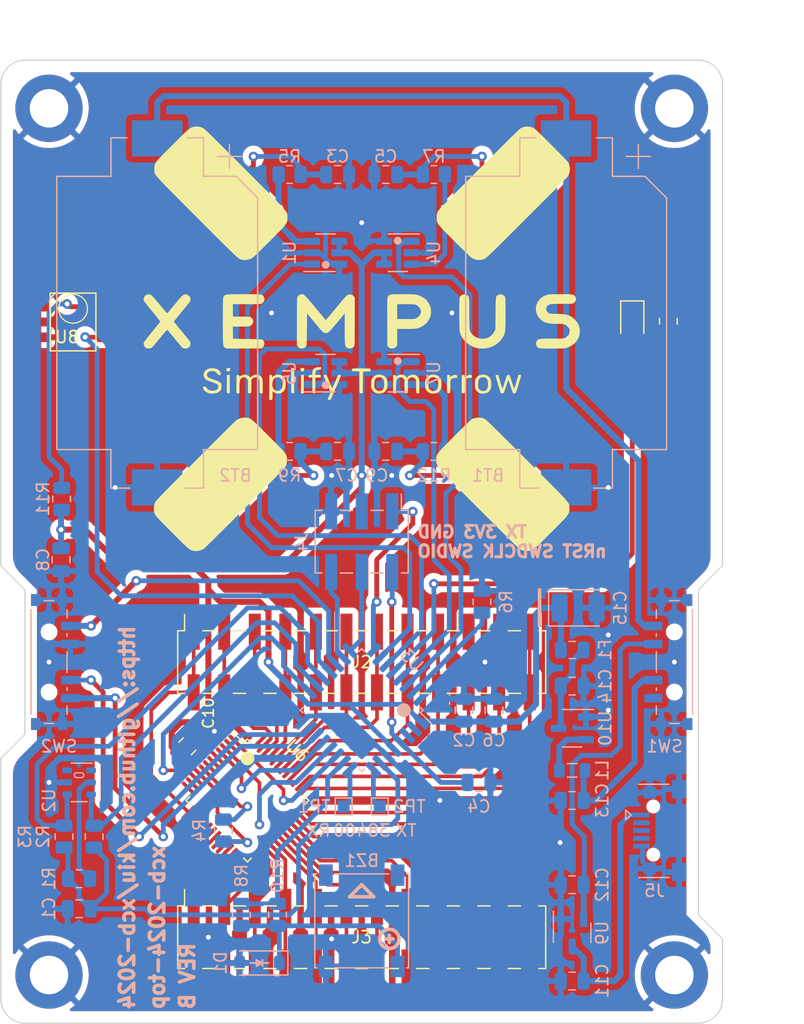
<source format=kicad_pcb>
(kicad_pcb (version 20221018) (generator pcbnew)
  (layers (0 "F.Cu" signal) (31 "B.Cu" signal) (34 "B.Paste" user) (35 "F.Paste" user) (36 "B.SilkS" user "B.Silkscreen") (37 "F.SilkS" user "F.Silkscreen") (38 "B.Mask" user) (39 "F.Mask" user) (44 "Edge.Cuts" user))
  (net 0 "")
  (net 1 "VCC")
  (net 2 "GND")
  (net 3 "RX")
  (net 4 "TX")
  (net 5 "IR_RX")
  (net 6 "LCD_CS")
  (net 7 "LCD_WRITE")
  (net 8 "LCD_DATA")
  (net 9 "LCD_IRQ")
  (net 10 "SENSOR_VCC")
  (net 11 "BUZZ")
  (net 12 "STM_RESET")
  (net 13 "MODE_CONF")
  (net 14 "MODE_PLAY")
  (net 15 "SCL")
  (net 16 "SDA")
  (net 17 "IR_TX")
  (net 18 "SWD_CLK")
  (net 19 "MODE_SENSOR")
  (net 20 "BTN_TL")
  (net 21 "BTN_TR")
  (net 22 "BTN_BL")
  (net 23 "BTN_BR")
  (net 24 "Net-(BZ1--)")
  (net 25 "LCD-1E")
  (net 26 "LCD-1D")
  (net 27 "LCD-1C")
  (net 28 "LCD-DP1")
  (net 29 "LCD-2E")
  (net 30 "LCD-2D")
  (net 31 "LCD-2C")
  (net 32 "LCD-DP2")
  (net 33 "LCD-3E")
  (net 34 "LCD-3D")
  (net 35 "LCD-3C")
  (net 36 "LCD-3B")
  (net 37 "LCD-3A")
  (net 38 "LCD-3F")
  (net 39 "LCD-3G")
  (net 40 "LCD-2B")
  (net 41 "LCD-2A")
  (net 42 "LCD-2F")
  (net 43 "LCD-2G")
  (net 44 "LCD-1B")
  (net 45 "LCD-1A")
  (net 46 "LCD-1F")
  (net 47 "LCD-1G")
  (net 48 "LCD-BP")
  (net 49 "Net-(D2-K)")
  (net 50 "Net-(U1-TCH)")
  (net 51 "Net-(U4-TCH)")
  (net 52 "TX2")
  (net 53 "Net-(U2-VDD)")
  (net 54 "Net-(U6-VLCD)")
  (net 55 "Net-(U5-TCH)")
  (net 69 "Net-(J1-Pin_1)")
  (net 70 "Net-(J1-Pin_2)")
  (net 71 "Net-(J1-Pin_3)")
  (net 72 "Net-(J1-Pin_4)")
  (net 77 "Net-(J5-VBUS)")
  (net 78 "Net-(BT1-+)")
  (net 79 "Net-(U9-VO)")
  (net 80 "Net-(C13-Pad2)")
  (net 81 "Net-(U10-Vout)")
  (net 82 "Net-(U10-SW)")
  (net 84 "Net-(U8-VCC)")
  (net 85 "Net-(U7-TCH)")
  (net 91 "SWD_IO")
  (net 94 "Net-(U3-BOOT0)")
  (footprint "LED_SMD:LED_0805_2012Metric" (layer "F.Cu") (at 96.5 70.6875 -90)
    (fp_text reference "D2" hide)
    (fp_text value "LED")
  )
  (footprint "Capacitor_SMD:C_0805_2012Metric" (layer "F.Cu") (at 59.5 106 -135)
    (fp_text reference "C10")
    (fp_text value "100nF")
  )
  (footprint "kiu-footprints:XEMPUS Logo 4 Touch" (layer "F.Cu") (at 74 72)
    (fp_text reference "J1" hide)
    (fp_text value "Conn_01x04")
  )
  (footprint "MountingHole:MountingHole_3.2mm_M3_DIN965_Pad_TopBottom" (layer "F.Cu") (at 100 53)
    (fp_text reference "H2" hide)
    (fp_text value "MountingHole_Pad")
  )
  (footprint "Package_QFP:LQFP-48_7x7mm_P0.5mm" (layer "F.Cu") (at 64.5 110.5 -45)
    (fp_text reference "U6")
    (fp_text value "HT1621B-LQFP")
  )
  (footprint "MountingHole:MountingHole_3.2mm_M3_DIN965_Pad_TopBottom" (layer "F.Cu") (at 100 125)
    (fp_text reference "H3" hide)
    (fp_text value "MountingHole_Pad")
  )
  (footprint "MountingHole:MountingHole_3.2mm_M3_DIN965_Pad_TopBottom" (layer "F.Cu") (at 48 125)
    (fp_text reference "H4" hide)
    (fp_text value "MountingHole_Pad")
  )
  (footprint "kiu-footprints:PinSocket_2x12_P2.54mm_Vertical_SMD_rotated" (layer "F.Cu") (at 74 121.86)
    (fp_text reference "J3")
    (fp_text value "Conn_02x12_Odd_Even")
  )
  (footprint "kiu-footprints:IRM-H638J7" (layer "F.Cu") (at 50 70.75)
    (fp_text reference "U8")
    (fp_text value "IRM-H638J7")
  )
  (footprint "Resistor_SMD:R_0805_2012Metric" (layer "F.Cu") (at 99.5 70.6875 90)
    (fp_text reference "R13" hide)
    (fp_text value "330")
  )
  (footprint "kiu-footprints:PinSocket_2x12_P2.54mm_Vertical_SMD_rotated" (layer "F.Cu") (at 74 99)
    (fp_text reference "J2")
    (fp_text value "Conn_02x12_Odd_Even")
  )
  (footprint "MountingHole:MountingHole_3.2mm_M3_DIN965_Pad_TopBottom" (layer "F.Cu") (at 48 53)
    (fp_text reference "H1" hide)
    (fp_text value "MountingHole_Pad")
  )
  (footprint "Capacitor_SMD:C_0805_2012Metric" (layer "B.Cu") (at 91.5 125.5)
    (fp_text reference "C11")
    (fp_text value "10uF")
  )
  (footprint "Resistor_SMD:R_0805_2012Metric" (layer "B.Cu") (at 80 81.5 180)
    (fp_text reference "R12")
    (fp_text value "4k7")
  )
  (footprint "kiu-footprints:SOT-23-6_rotated" (layer "B.Cu") (at 71 65 -90)
    (fp_text reference "U1")
    (fp_text value "TC233A")
  )
  (footprint "Package_TO_SOT_SMD:SOT-23-3" (layer "B.Cu") (at 91.5 104.5 180)
    (fp_text reference "U10")
    (fp_text value "BL8536")
  )
  (footprint "Capacitor_SMD:C_0805_2012Metric" (layer "B.Cu") (at 49 90.5 90)
    (fp_text reference "C8")
    (fp_text value "2.2nF")
  )
  (footprint "Fuse:Fuse_0805_2012Metric" (layer "B.Cu") (at 91.5 98 180)
    (fp_text reference "F1")
    (fp_text value "Polyfuse")
  )
  (footprint "Resistor_SMD:R_0805_2012Metric" (layer "B.Cu") (at 62.5 113 -90)
    (fp_text reference "R4")
    (fp_text value "330")
  )
  (footprint "Capacitor_SMD:C_0805_2012Metric" (layer "B.Cu") (at 72 81.5 180)
    (fp_text reference "C7")
    (fp_text value "22pF")
  )
  (footprint "Capacitor_SMD:C_0805_2012Metric" (layer "B.Cu") (at 83.75 109 180)
    (fp_text reference "C4")
    (fp_text value "100nF")
  )
  (footprint "kiu-footprints:CP_EIA-3528-21_Kemet-B_rotated" (layer "B.Cu") (at 92 94.5 180)
    (fp_text reference "C15")
    (fp_text value "100uF")
  )
  (footprint "TestPoint:TestPoint_Pad_1.0x1.0mm" (layer "B.Cu") (at 72.5 111 -90)
    (fp_text reference "TP1")
    (fp_text value "TestPoint")
  )
  (footprint "Capacitor_SMD:C_0805_2012Metric" (layer "B.Cu") (at 85 103 -90)
    (fp_text reference "C6")
    (fp_text value "100nF")
  )
  (footprint "Capacitor_SMD:C_0805_2012Metric" (layer "B.Cu") (at 91.5 110.5)
    (fp_text reference "C13")
    (fp_text value "10uF")
  )
  (footprint "Resistor_SMD:R_0805_2012Metric" (layer "B.Cu") (at 68 58.5)
    (fp_text reference "R5")
    (fp_text value "4k7")
  )
  (footprint "kiu-footprints:MLT-7525" (layer "B.Cu") (at 74 120.5 90)
    (fp_text reference "BZ1")
    (fp_text value "Buzzer")
  )
  (footprint "Resistor_SMD:R_0805_2012Metric" (layer "B.Cu") (at 50.5 117)
    (fp_text reference "R1")
    (fp_text value "330")
  )
  (footprint "kiu-footprints:SOT-23-6_rotated" (layer "B.Cu") (at 77 75 90)
    (fp_text reference "U7")
    (fp_text value "TC233A")
  )
  (footprint "TestPoint:TestPoint_Pad_1.0x1.0mm" (layer "B.Cu") (at 75.5 111 -90)
    (fp_text reference "TP2")
    (fp_text value "TestPoint")
  )
  (footprint "Capacitor_SMD:C_0805_2012Metric" (layer "B.Cu") (at 76 58.5)
    (fp_text reference "C5")
    (fp_text value "22pF")
  )
  (footprint "Resistor_SMD:R_0805_2012Metric" (layer "B.Cu") (at 49.05 85.45 90)
    (fp_text reference "R11")
    (fp_text value "47R")
  )
  (footprint "Package_QFP:LQFP-32_7x7mm_P0.8mm" (layer "B.Cu") (at 74 103 135)
    (fp_text reference "U3")
    (fp_text value "STM32F030K6Tx")
  )
  (footprint "kiu-footprints:SOT-23-6_rotated" (layer "B.Cu") (at 71 75 -90)
    (fp_text reference "U5")
    (fp_text value "TC233A")
  )
  (footprint "kiu-footprints:BatteryHolder_CR2032-BS-6-1" (layer "B.Cu") (at 57 70 90)
    (fp_text reference "BT2")
    (fp_text value "Battery_Cell")
  )
  (footprint "Resistor_SMD:R_0805_2012Metric" (layer "B.Cu") (at 49.25 113.5 -90)
    (fp_text reference "R3")
    (fp_text value "4k7")
  )
  (footprint "kiu-footprints:AHT20" (layer "B.Cu") (at 50.5 109)
    (fp_text reference "U2")
    (fp_text value "AHT20")
  )
  (footprint "Capacitor_SMD:C_0805_2012Metric" (layer "B.Cu") (at 82.5 103 -90)
    (fp_text reference "C2")
    (fp_text value "10uF")
  )
  (footprint "Diode_SMD:D_SOD-123" (layer "B.Cu") (at 65.5 124 180)
    (fp_text reference "D1")
    (fp_text value "D_Schottky")
  )
  (footprint "Resistor_SMD:R_0805_2012Metric" (layer "B.Cu") (at 64 120 90)
    (fp_text reference "R8")
    (fp_text value "330")
  )
  (footprint "kiu-footprints:SW_SP3T_SSSS812201" (layer "B.Cu") (at 99.675 99 -90)
    (fp_text reference "SW1")
    (fp_text value "SW_SP3T")
  )
  (footprint "Capacitor_SMD:C_0805_2012Metric" (layer "B.Cu") (at 91.5 101 180)
    (fp_text reference "C14")
    (fp_text value "10uF")
  )
  (footprint "kiu-footprints:SW_SP3T_SSSS812201" (layer "B.Cu") (at 48.325 99 90)
    (fp_text reference "SW2")
    (fp_text value "SW_SP3T")
  )
  (footprint "Resistor_SMD:R_0805_2012Metric" (layer "B.Cu") (at 84 94 90)
    (fp_text reference "R6")
    (fp_text value "4k7")
  )
  (footprint "kiu-footprints:BatteryHolder_CR2032-BS-6-1" (layer "B.Cu") (at 91 70 90)
    (fp_text reference "BT1")
    (fp_text value "Battery_Cell")
  )
  (footprint "Resistor_SMD:R_0805_2012Metric" (layer "B.Cu") (at 80 58.5 180)
    (fp_text reference "R7")
    (fp_text value "4k7")
  )
  (footprint "Resistor_SMD:R_0805_2012Metric" (layer "B.Cu") (at 67 120 -90)
    (fp_text reference "R10")
    (fp_text value "330")
  )
  (footprint "kiu-footprints:SOT-23-6_rotated" (layer "B.Cu") (at 77 65 90)
    (fp_text reference "U4")
    (fp_text value "TC233A")
  )
  (footprint "Capacitor_SMD:C_0805_2012Metric" (layer "B.Cu") (at 76 81.5)
    (fp_text reference "C9")
    (fp_text value "22pF")
  )
  (footprint "Resistor_SMD:R_0805_2012Metric" (layer "B.Cu") (at 51.75 113.5 -90)
    (fp_text reference "R2")
    (fp_text value "4k7")
  )
  (footprint "Package_TO_SOT_SMD:SOT-23-3" (layer "B.Cu") (at 91.5 121.5 -90)
    (fp_text reference "U9")
    (fp_text value "LR6206B-U33")
  )
  (footprint "Resistor_SMD:R_0805_2012Metric" (layer "B.Cu") (at 68 81.5)
    (fp_text reference "R9")
    (fp_text value "4k7")
  )
  (footprint "kiu-footprints:USB_Micro_MICRO QTZB5.5_C2681557" (layer "B.Cu") (at 98.8475 113 -90)
    (fp_text reference "J5")
    (fp_text value "USB_B_Micro")
  )
  (footprint "Inductor_SMD:L_0805_2012Metric" (layer "B.Cu") (at 91.5 108 180)
    (fp_text reference "L1")
    (fp_text value "2.2uH")
  )
  (footprint "Capacitor_SMD:C_0805_2012Metric" (layer "B.Cu") (at 50.5 119.5)
    (fp_text reference "C1")
    (fp_text value "10uF")
  )
  (footprint "Capacitor_SMD:C_0805_2012Metric" (layer "B.Cu") (at 91.5 117.5)
    (fp_text reference "C12")
    (fp_text value "10uF")
  )
  (footprint "Capacitor_SMD:C_0805_2012Metric" (layer "B.Cu") (at 72 58.5 180)
    (fp_text reference "C3")
    (fp_text value "22pF")
  )
  (footprint "kiu-footprints:PinSocket_2x03_P2.54mm_Vertical_SMD_rotated" (layer "B.Cu") (at 74 89 180)
    (fp_text reference "J4")
    (fp_text value "Conn_02x03_Odd_Even")
  )
  (gr_circle (center 77 64) (end 76.75 64) (stroke (width 0.15)) (fill solid) (layer "B.SilkS"))
  (gr_line (start 65.75 124.25) (end 65.75 123.75) (stroke (width 0.15)) (layer "B.SilkS"))
  (gr_circle (center 77 74) (end 76.75 74) (stroke (width 0.15)) (fill solid) (layer "B.SilkS"))
  (gr_line (start 65.25 123.75) (end 65.75 124) (stroke (width 0.15)) (layer "B.SilkS"))
  (gr_line (start 64.75 124) (end 65.75 124) (stroke (width 0.15)) (layer "B.SilkS"))
  (gr_circle (center 77.5 103) (end 77 103) (stroke (width 0.15)) (fill solid) (layer "B.SilkS"))
  (gr_line (start 65.75 124) (end 66.25 124) (stroke (width 0.15)) (layer "B.SilkS"))
  (gr_circle (center 71 76) (end 70.75 76) (stroke (width 0.15)) (fill solid) (layer "B.SilkS"))
  (gr_circle (center 71 66) (end 70.75 66) (stroke (width 0.15)) (fill solid) (layer "B.SilkS"))
  (gr_line (start 65.25 124.25) (end 65.25 123.75) (stroke (width 0.15)) (layer "B.SilkS"))
  (gr_line (start 88.7875 96) (end 88.7875 93) (stroke (width 0.3)) (layer "B.SilkS"))
  (gr_line (start 65.75 124) (end 65.25 124.25) (stroke (width 0.15)) (layer "B.SilkS"))
  (gr_circle (center 64.5 107) (end 65 107) (stroke (width 0.15)) (fill solid) (layer "F.SilkS"))
  (gr_line (start 46 49) (end 102 49) (stroke (width 0.1)) (layer "Edge.Cuts"))
  (gr_line (start 46 105) (end 44 107) (stroke (width 0.1)) (layer "Edge.Cuts"))
  (gr_line (start 102 120) (end 104 122) (stroke (width 0.1)) (layer "Edge.Cuts"))
  (gr_arc (start 104 127) (mid 103.414214 128.414214) (end 102 129) (stroke (width 0.1)) (layer "Edge.Cuts"))
  (gr_arc (start 102 49) (mid 103.414214 49.585786) (end 104 51) (stroke (width 0.1)) (layer "Edge.Cuts"))
  (gr_line (start 104 51) (end 104 91) (stroke (width 0.1)) (layer "Edge.Cuts"))
  (gr_line (start 102 120) (end 102 93) (stroke (width 0.1)) (layer "Edge.Cuts"))
  (gr_line (start 104 122) (end 104 127) (stroke (width 0.1)) (layer "Edge.Cuts"))
  (gr_line (start 44 91) (end 44 51) (stroke (width 0.1)) (layer "Edge.Cuts"))
  (gr_arc (start 44 51) (mid 44.585786 49.585786) (end 46 49) (stroke (width 0.1)) (layer "Edge.Cuts"))
  (gr_arc (start 46 129) (mid 44.585786 128.414214) (end 44 127) (stroke (width 0.1)) (layer "Edge.Cuts"))
  (gr_line (start 46 93) (end 46 105) (stroke (width 0.1)) (layer "Edge.Cuts"))
  (gr_line (start 102 93) (end 104 91) (stroke (width 0.1)) (layer "Edge.Cuts"))
  (gr_line (start 102 129) (end 46 129) (stroke (width 0.1)) (layer "Edge.Cuts"))
  (gr_line (start 46 93) (end 44 91) (stroke (width 0.1)) (layer "Edge.Cuts"))
  (gr_line (start 44 107) (end 44 127) (stroke (width 0.1)) (layer "Edge.Cuts"))
  (gr_text "RX" (at 71.5 113) (layer "B.SilkS") (effects (font (size 1 1)) (justify left mirror)))
  (gr_text "https://github.com/kiu/xcb-2024" (at 54.5 128 90) (layer "B.SilkS") (effects (font (size 1.2 1.2) (thickness 0.3) bold) (justify right mirror)))
  (gr_text "xcb-2024-top" (at 57 128 90) (layer "B.SilkS") (effects (font (size 1.2 1.2) (thickness 0.3) bold) (justify right mirror)))
  (gr_text "38400" (at 74 113) (layer "B.SilkS") (effects (font (size 1 1)) (justify mirror)))
  (gr_text "REV B" (at 59.5 128 90) (layer "B.SilkS") (effects (font (size 1.2 1.2) (thickness 0.3) bold) (justify right mirror)))
  (gr_text "TX" (at 76.75 113) (layer "B.SilkS") (effects (font (size 1 1)) (justify right mirror)))
  (gr_text "TX 3V3 GND\nnRST SWDCLK SWDIO" (at 78.5 89) (layer "B.SilkS") (effects (font (size 1 1) (thickness 0.25) bold) (justify right mirror)))
  (segment (start 64.75 91) (end 63 91) (width 0.5) (layer "F.Cu") (net 1))
  (segment (start 60.672785 108.440551) (end 62 109.767766) (width 0.3) (layer "F.Cu") (net 1))
  (segment (start 51 88) (end 54 91) (width 0.5) (layer "F.Cu") (net 1))
  (segment (start 66.25 99) (end 66.25 95) (width 0.5) (layer "F.Cu") (net 1))
  (segment (start 61.25 92.25) (end 61.25 93) (width 0.5) (layer "F.Cu") (net 1))
  (segment (start 62 111.5) (end 64.5 114) (width 0.3) (layer "F.Cu") (net 1))
  (segment (start 65.5 94) (end 62.25 94) (width 0.5) (layer "F.Cu") (net 1))
  (segment (start 61.25 102.836396) (end 61.25 102.936396) (width 0.5) (layer "F.Cu") (net 1))
  (segment (start 66.25 94.75) (end 65.5 94) (width 0.5) (layer "F.Cu") (net 1))
  (segment (start 64.75 91) (end 67.5 91) (width 0.5) (layer "F.Cu") (net 1))
  (segment (start 58.2 104.8) (end 58.2 106.043502) (width 0.5) (layer "F.Cu") (net 1))
  (segment (start 58.2 106.043502) (end 58.828249 106.671751) (width 0.5) (layer "F.Cu") (net 1))
  (segment (start 60.672785 108.440551) (end 58.903985 106.671751) (width 0.3) (layer "F.Cu") (net 1))
  (segment (start 61.25 93) (end 61.25 102.836396) (width 0.5) (layer "F.Cu") (net 1))
  (segment (start 63 91) (end 60 91) (width 0.5) (layer "F.Cu") (net 1))
  (segment (start 61.25 92.25) (end 60 91) (width 0.5) (layer "F.Cu") (net 1))
  (segment (start 59 104) (end 58.2 104.8) (width 0.5) (layer "F.Cu") (net 1))
  (segment (start 54 91) (end 60 91) (width 0.5) (layer "F.Cu") (net 1))
  (segment (start 74 83.5) (end 74 84.5) (width 0.5) (layer "F.Cu") (net 1))
  (segment (start 58.903985 106.671751) (end 58.828249 106.671751) (width 0.3) (layer "F.Cu") (net 1))
  (segment (start 61.25 102.936396) (end 60.186396 104) (width 0.5) (layer "F.Cu") (net 1))
  (segment (start 66.25 95) (end 66.25 94.75) (width 0.5) (layer "F.Cu") (net 1))
  (segment (start 62.25 94) (end 61.25 93) (width 0.5) (layer "F.Cu") (net 1))
  (segment (start 62 109.767766) (end 62 111.5) (width 0.3) (layer "F.Cu") (net 1))
  (segment (start 60.186396 104) (end 59 104) (width 0.5) (layer "F.Cu") (net 1))
  (segment (start 74 84.5) (end 67.5 91) (width 0.5) (layer "F.Cu") (net 1))
  (segment (start 49 88) (end 51 88) (width 0.5) (layer "F.Cu") (net 1))
  (via (at 49 88) (size 0.8) (drill 0.4) (layers "F.Cu" "B.Cu") (net 1))
  (via (at 66.25 99) (size 0.8) (drill 0.4) (layers "F.Cu" "B.Cu") (net 1))
  (via (at 64.5 114) (size 0.8) (drill 0.4) (layers "F.Cu" "B.Cu") (net 1))
  (via (at 74 83.5) (size 0.8) (drill 0.4) (layers "F.Cu" "B.Cu") (net 1))
  (segment (start 74 83.5) (end 74 86.48) (width 0.5) (layer "B.Cu") (net 1))
  (segment (start 88.5 95) (end 88.5 102.5) (width 0.5) (layer "B.Cu") (net 1))
  (segment (start 64.4125 113.9125) (end 64.5 114) (width 0.4) (layer "B.Cu") (net 1))
  (segment (start 73.5 75) (end 74 74.5) (width 0.5) (layer "B.Cu") (net 1))
  (segment (start 78.93207 103.972272) (end 77.477171 102.517373) (width 0.4) (layer "B.Cu") (net 1))
  (segment (start 90.5625 94.6) (end 90.4625 94.5) (width 0.5) (layer "B.Cu") (net 1))
  (segment (start 90.4625 94.5) (end 89 94.5) (width 0.5) (layer "B.Cu") (net 1))
  (segment (start 87.05 103.95) (end 85 103.95) (width 0.5) (layer "B.Cu") (net 1))
  (segment (start 75.8625 75) (end 74.5 75) (width 0.5) (layer "B.Cu") (net 1))
  (segment (start 62.5 113.9125) (end 64.4125 113.9125) (width 0.4) (layer "B.Cu") (net 1))
  (segment (start 72.1375 75) (end 72.1375 74.05) (width 0.5) (layer "B.Cu") (net 1))
  (segment (start 82.5 103.95) (end 78.954342 103.95) (width 0.5) (layer "B.Cu") (net 1))
  (segment (start 69.557575 102.517373) (end 69.06793 102.027728) (width 0.4) (layer "B.Cu") (net 1))
  (segment (start 77.477171 102.517373) (end 72.951687 102.517373) (width 0.4) (layer "B.Cu") (net 1))
  (segment (start 75.8625 65) (end 75.8625 65.95) (width 0.5) (layer "B.Cu") (net 1))
  (segment (start 72.951687 102.517373) (end 69.557575 102.517373) (width 0.4) (layer "B.Cu") (net 1))
  (segment (start 49 88) (end 49 86.4125) (width 0.5) (layer "B.Cu") (net 1))
  (segment (start 75.8625 65) (end 75 65) (width 0.5) (layer "B.Cu") (net 1))
  (segment (start 78.954342 103.95) (end 78.93207 103.972272) (width 0.5) (layer "B.Cu") (net 1))
  (segment (start 74 78) (end 74 83.5) (width 0.5) (layer "B.Cu") (net 1))
  (segment (start 74 66) (end 74 68) (width 0.5) (layer "B.Cu") (net 1))
  (segment (start 75.8625 75) (end 75.8625 75.95) (width 0.5) (layer "B.Cu") (net 1))
  (segment (start 72.951687 102.517373) (end 76.669328 106.235014) (width 0.4) (layer "B.Cu") (net 1))
  (segment (start 74 71) (end 74 74.5) (width 0.5) (layer "B.Cu") (net 1))
  (segment (start 74 74.5) (end 74 78) (width 0.5) (layer "B.Cu") (net 1))
  (segment (start 89 94.5) (end 88.5 95) (width 0.5) (layer "B.Cu") (net 1))
  (segment (start 88.5 102.5) (end 87.05 103.95) (width 0.5) (layer "B.Cu") (net 1))
  (segment (start 49 86.4125) (end 49.05 86.3625) (width 0.5) (layer "B.Cu") (net 1))
  (segment (start 66.25 99) (end 66.25 99.209798) (width 0.5) (layer "B.Cu") (net 1))
  (segment (start 72.1375 65) (end 72.1375 64.05) (width 0.5) (layer "B.Cu") (net 1))
  (segment (start 74.5 75) (end 74 74.5) (width 0.5) (layer "B.Cu") (net 1))
  (segment (start 75 65) (end 74 66) (width 0.5) (layer "B.Cu") (net 1))
  (segment (start 49 88) (end 49 89.55) (width 0.5) (layer "B.Cu") (net 1))
  (segment (start 85 103.95) (end 82.5 103.95) (width 0.5) (layer "B.Cu") (net 1))
  (segment (start 66.25 99.209798) (end 69.06793 102.027728) (width 0.5) (layer "B.Cu") (net 1))
  (segment (start 72.1375 75) (end 73.5 75) (width 0.5) (layer "B.Cu") (net 1))
  (segment (start 72.1375 65) (end 73 65) (width 0.5) (layer "B.Cu") (net 1))
  (segment (start 90.5625 98) (end 90.5625 94.6) (width 0.5) (layer "B.Cu") (net 1))
  (segment (start 73 65) (end 74 66) (width 0.5) (layer "B.Cu") (net 1))
  (segment (start 74 68) (end 74 71) (width 0.5) (layer "B.Cu") (net 1))
  (segment (start 61.75 104.75) (end 61.171751 105.328249) (width 0.4) (layer "F.Cu") (net 2))
  (segment (start 61.171751 105.328249) (end 60.171751 105.328249) (width 0.4) (layer "F.Cu") (net 2))
  (segment (start 60.388909 105.328249) (end 60.171751 105.328249) (width 0.3) (layer "F.Cu") (net 2))
  (segment (start 62.086998 107.026338) (end 60.388909 105.328249) (width 0.3) (layer "F.Cu") (net 2))
  (via (at 80.5 110.5) (size 0.8) (drill 0.4) (layers "F.Cu" "B.Cu") (net 2))
  (via (at 94.5 84.5) (size 0.8) (drill 0.4) (layers "F.Cu" "B.Cu") (net 2))
  (via (at 76.5 83.5) (size 0.8) (drill 0.4) (layers "F.Cu" "B.Cu") (net 2))
  (via (at 61.75 104.75) (size 0.8) (drill 0.4) (layers "F.Cu" "B.Cu") (net 2))
  (via (at 71.5 122) (size 0.8) (drill 0.4) (layers "F.Cu" "B.Cu") (net 2))
  (via (at 74 62.5) (size 0.8) (drill 0.4) (layers "F.Cu" "B.Cu") (net 2))
  (via (at 61.25 121.86) (size 0.8) (drill 0.4) (layers "F.Cu" "B.Cu") (net 2))
  (via (at 48 109) (size 0.8) (drill 0.4) (layers "F.Cu" "B.Cu") (net 2))
  (via (at 66.5 70) (size 0.8) (drill 0.4) (layers "F.Cu" "B.Cu") (net 2))
  (via (at 81.5 70) (size 0.8) (drill 0.4) (layers "F.Cu" "B.Cu") (net 2))
  (via (at 53.5 84.5) (size 0.8) (drill 0.4) (layers "F.Cu" "B.Cu") (net 2))
  (via (at 48 99) (size 0.8) (drill 0.4) (layers "F.Cu" "B.Cu") (net 2))
  (via (at 100 99) (size 0.8) (drill 0.4) (layers "F.Cu" "B.Cu") (net 2))
  (via (at 71.5 83.5) (size 0.8) (drill 0.4) (layers "F.Cu" "B.Cu") (net 2))
  (via (at 94.5 96.75) (size 0.8) (drill 0.4) (layers "F.Cu" "B.Cu") (net 2))
  (via (at 90.5 114) (size 0.8) (drill 0.4) (layers "F.Cu" "B.Cu") (net 2))
  (via (at 84.25 99) (size 0.8) (drill 0.4) (layers "F.Cu" "B.Cu") (net 2))
  (via (at 94.5 103) (size 0.8) (drill 0.4) (layers "F.Cu" "B.Cu") (net 2))
  (segment (start 97.3475 115.55) (end 97.9475 116.15) (width 0.4) (layer "B.Cu") (net 2))
  (segment (start 72.785571 103.482627) (end 76.103643 106.800699) (width 0.4) (layer "B.Cu") (net 2))
  (segment (start 79.802944 110.5) (end 80.5 110.5) (width 0.4) (layer "B.Cu") (net 2))
  (segment (start 76.103643 106.800699) (end 79.802944 110.5) (width 0.4) (layer "B.Cu") (net 2))
  (segment (start 78.93207 102.027728) (end 81.959798 99) (width 0.4) (layer "B.Cu") (net 2))
  (segment (start 74 62.5) (end 75 62.5) (width 0.4) (layer "B.Cu") (net 2))
  (segment (start 71.5 62.5) (end 74 62.5) (width 0.4) (layer "B.Cu") (net 2))
  (segment (start 75 62.5) (end 75.8625 63.3625) (width 0.4) (layer "B.Cu") (net 2))
  (segment (start 71.45 65.95) (end 72.1375 65.95) (width 0.4) (layer "B.Cu") (net 2))
  (segment (start 69.06793 103.972272) (end 69.557575 103.482627) (width 0.4) (layer "B.Cu") (net 2))
  (segment (start 71 63) (end 71.5 62.5) (width 0.4) (layer "B.Cu") (net 2))
  (segment (start 82 99) (end 84.25 99) (width 0.4) (layer "B.Cu") (net 2))
  (segment (start 69.8625 65) (end 70.5 65) (width 0.4) (layer "B.Cu") (net 2))
  (segment (start 75.8625 63.3625) (end 75.8625 64.05) (width 0.4) (layer "B.Cu") (net 2))
  (segment (start 70.5 65) (end 71 65.5) (width 0.4) (layer "B.Cu") (net 2))
  (segment (start 81.959798 99) (end 82 99) (width 0.4) (layer "B.Cu") (net 2))
  (segment (start 49.3375 119.4625) (end 49.3 119.5) (width 0.4) (layer "B.Cu") (net 2))
  (segment (start 97.3475 114.3) (end 97.3475 115.55) (width 0.4) (layer "B.Cu") (net 2))
  (segment (start 71 65.5) (end 71.45 65.95) (width 0.4) (layer "B.Cu") (net 2))
  (segment (start 69.557575 103.482627) (end 72.785571 103.482627) (width 0.4) (layer "B.Cu") (net 2))
  (segment (start 71 65.5) (end 71 63) (width 0.4) (layer "B.Cu") (net 2))
  (segment (start 73.027728 110.472272) (end 72.5 111) (width 0.4) (layer "B.Cu") (net 3))
  (segment (start 73.027728 107.93207) (end 73.027728 110.472272) (width 0.4) (layer "B.Cu") (net 3))
  (segment (start 74.972272 110.472272) (end 75.5 111) (width 0.4) (layer "B.Cu") (net 4))
  (segment (start 74.972272 107.93207) (end 74.972272 110.472272) (width 0.4) (layer "B.Cu") (net 4))
  (segment (start 51.02 72.02) (end 51 72) (width 0.4) (layer "F.Cu") (net 5))
  (segment (start 52.9 72.02) (end 51.02 72.02) (width 0.4) (layer "F.Cu") (net 5))
  (via (at 51 72) (size 0.8) (drill 0.4) (layers "F.Cu" "B.Cu") (net 5))
  (segment (start 52 73) (end 52 91.5) (width 0.4) (layer "B.Cu") (net 5))
  (segment (start 54 93.5) (end 68.25 93.5) (width 0.4) (layer "B.Cu") (net 5))
  (segment (start 70.407843 98.842157) (end 71.330672 99.764986) (width 0.4) (layer "B.Cu") (net 5))
  (segment (start 52 91.5) (end 54 93.5) (width 0.4) (layer "B.Cu") (net 5))
  (segment (start 70.407843 95.657843) (end 70.407843 98.842157) (width 0.4) (layer "B.Cu") (net 5))
  (segment (start 51 72) (end 52 73) (width 0.4) (layer "B.Cu") (net 5))
  (segment (start 68.25 93.5) (end 70.407843 95.657843) (width 0.4) (layer "B.Cu") (net 5))
  (segment (start 67.5 109.610912) (end 67.5 110.5) (width 0.3) (layer "F.Cu") (net 6))
  (segment (start 63.501212 105.612124) (end 67.5 109.610912) (width 0.3) (layer "F.Cu") (net 6))
  (via (at 67.5 110.5) (size 0.8) (drill 0.4) (layers "F.Cu" "B.Cu") (net 6))
  (segment (start 68.197056 110.5) (end 67.5 110.5) (width 0.4) (layer "B.Cu") (net 6))
  (segment (start 71.896357 106.800699) (end 68.197056 110.5) (width 0.4) (layer "B.Cu") (net 6))
  (segment (start 65.5 109.025126) (end 65.5 112.5) (width 0.3) (layer "F.Cu") (net 7))
  (segment (start 62.794105 106.319231) (end 65.5 109.025126) (width 0.3) (layer "F.Cu") (net 7))
  (via (at 65.5 112.5) (size 0.8) (drill 0.4) (layers "F.Cu" "B.Cu") (net 7))
  (segment (start 65.5 110) (end 65.5 112.5) (width 0.4) (layer "B.Cu") (net 7))
  (segment (start 68.5 109) (end 68.565686 109) (width 0.4) (layer "B.Cu") (net 7))
  (segment (start 68.5 109) (end 66.5 109) (width 0.4) (layer "B.Cu") (net 7))
  (segment (start 66.5 109) (end 65.5 110) (width 0.4) (layer "B.Cu") (net 7))
  (segment (start 68.565686 109) (end 71.330672 106.235014) (width 0.4) (layer "B.Cu") (net 7))
  (segment (start 64 108.232232) (end 64 109.5) (width 0.3) (layer "F.Cu") (net 8))
  (segment (start 62.440551 106.672785) (end 64 108.232232) (width 0.3) (layer "F.Cu") (net 8))
  (via (at 64 109.5) (size 0.8) (drill 0.4) (layers "F.Cu" "B.Cu") (net 8))
  (segment (start 65.5 108) (end 64 109.5) (width 0.4) (layer "B.Cu") (net 8))
  (segment (start 68.434314 108) (end 65.5 108) (width 0.4) (layer "B.Cu") (net 8))
  (segment (start 70.764986 105.669328) (end 68.434314 108) (width 0.4) (layer "B.Cu") (net 8))
  (segment (start 60.319231 108.794105) (end 59.525128 108) (width 0.3) (layer "F.Cu") (net 9))
  (segment (start 59.525128 108) (end 57.5 108) (width 0.3) (layer "F.Cu") (net 9))
  (via (at 57.5 108) (size 0.8) (drill 0.4) (layers "F.Cu" "B.Cu") (net 9))
  (segment (start 69.633616 101.462043) (end 67.5 99.328427) (width 0.4) (layer "B.Cu") (net 9))
  (segment (start 57.5 105) (end 57.5 108) (width 0.4) (layer "B.Cu") (net 9))
  (segment (start 66.5 97) (end 65.5 97) (width 0.4) (layer "B.Cu") (net 9))
  (segment (start 67.5 99.328427) (end 67.5 98) (width 0.4) (layer "B.Cu") (net 9))
  (segment (start 65.5 97) (end 57.5 105) (width 0.4) (layer "B.Cu") (net 9))
  (segment (start 67.5 98) (end 66.5 97) (width 0.4) (layer "B.Cu") (net 9))
  (segment (start 52.79375 118.15625) (end 52.79375 118) (width 0.4) (layer "B.Cu") (net 10))
  (segment (start 51.75 114.4125) (end 52.79375 115.45625) (width 0.4) (layer "B.Cu") (net 10))
  (segment (start 50.5 118.55) (end 51.45 119.5) (width 0.4) (layer "B.Cu") (net 10))
  (segment (start 68 120) (end 68.75 119.25) (width 0.4) (layer "B.Cu") (net 10))
  (segment (start 77 108.828426) (end 75.537957 107.366384) (width 0.4) (layer "B.Cu") (net 10))
  (segment (start 51.45 119.5) (end 52.79375 118.15625) (width 0.4) (layer "B.Cu") (net 10))
  (segment (start 49.5875 117) (end 50.5 117.9125) (width 0.4) (layer "B.Cu") (net 10))
  (segment (start 76.5 112.5) (end 77 112) (width 0.4) (layer "B.Cu") (net 10))
  (segment (start 49.5875 117) (end 49.5875 114.75) (width 0.4) (layer "B.Cu") (net 10))
  (segment (start 56.5 120) (end 68 120) (width 0.4) (layer "B.Cu") (net 10))
  (segment (start 56 119.5) (end 56.5 120) (width 0.4) (layer "B.Cu") (net 10))
  (segment (start 68.75 119.25) (end 68.75 114.25) (width 0.4) (layer "B.Cu") (net 10))
  (segment (start 52.79375 115.45625) (end 52.79375 118) (width 0.4) (layer "B.Cu") (net 10))
  (segment (start 50.5 117.9125) (end 50.5 118.55) (width 0.4) (layer "B.Cu") (net 10))
  (segment (start 49.5875 114.75) (end 49.25 114.4125) (width 0.4) (layer "B.Cu") (net 10))
  (segment (start 77 112) (end 77 108.828426) (width 0.4) (layer "B.Cu") (net 10))
  (segment (start 49.55 117.0375) (end 49.5875 117) (width 0.4) (layer "B.Cu") (net 10))
  (segment (start 51.45 119.5) (end 56 119.5) (width 0.4) (layer "B.Cu") (net 10))
  (segment (start 70.5 112.5) (end 76.5 112.5) (width 0.4) (layer "B.Cu") (net 10))
  (segment (start 68.75 114.25) (end 70.5 112.5) (width 0.4) (layer "B.Cu") (net 10))
  (segment (start 67.375 114.375) (end 67 114.75) (width 0.4) (layer "B.Cu") (net 11))
  (segment (start 67.375 114.375) (end 71.164213 110.585787) (width 0.4) (layer "B.Cu") (net 11))
  (segment (start 67 119.0875) (end 64 119.0875) (width 0.4) (layer "B.Cu") (net 11))
  (segment (start 71.164213 108.664213) (end 72.462043 107.366384) (width 0.4) (layer "B.Cu") (net 11))
  (segment (start 67 114.75) (end 67 119.0875) (width 0.4) (layer "B.Cu") (net 11))
  (segment (start 71.164213 110.585787) (end 71.164213 108.664213) (width 0.4) (layer "B.Cu") (net 11))
  (segment (start 76.5 104) (end 76.5 94) (width 0.4) (layer "F.Cu") (net 12))
  (via (at 76.5 94) (size 0.8) (drill 0.4) (layers "F.Cu" "B.Cu") (net 12))
  (via (at 76.5 104) (size 0.8) (drill 0.4) (layers "F.Cu" "B.Cu") (net 12))
  (segment (start 80.565686 109) (end 82.8 109) (width 0.4) (layer "B.Cu") (net 12))
  (segment (start 76.5 104.934314) (end 76.5 104) (width 0.4) (layer "B.Cu") (net 12))
  (segment (start 76.54 91.52) (end 76.54 93.96) (width 0.4) (layer "B.Cu") (net 12))
  (segment (start 77.235014 105.669328) (end 80.565686 109) (width 0.4) (layer "B.Cu") (net 12))
  (segment (start 77.235014 105.669328) (end 76.5 104.934314) (width 0.4) (layer "B.Cu") (net 12))
  (segment (start 76.54 93.96) (end 76.5 94) (width 0.4) (layer "B.Cu") (net 12))
  (segment (start 77.235014 105.669328) (end 77.325826 105.669328) (width 0.4) (layer "B.Cu") (net 12))
  (segment (start 51.5 96) (end 55.25 92.25) (width 0.5) (layer "F.Cu") (net 13))
  (via (at 55.25 92.25) (size 0.8) (drill 0.4) (layers "F.Cu" "B.Cu") (net 13))
  (via (at 51.5 96) (size 0.8) (drill 0.4) (layers "F.Cu" "B.Cu") (net 13))
  (segment (start 71.25 98.552944) (end 71.25 94.75) (width 0.4) (layer "B.Cu") (net 13))
  (segment (start 51.5 96) (end 49.86 96) (width 0.5) (layer "B.Cu") (net 13))
  (segment (start 68.75 92.25) (end 55.25 92.25) (width 0.4) (layer "B.Cu") (net 13))
  (segment (start 71.896357 99.199301) (end 71.25 98.552944) (width 0.4) (layer "B.Cu") (net 13))
  (segment (start 68.75 92.25) (end 71.25 94.75) (width 0.4) (layer "B.Cu") (net 13))
  (segment (start 52.5 101.5) (end 52.5 110.5) (width 0.4) (layer "F.Cu") (net 14))
  (segment (start 52.5 110.5) (end 55.5 113.5) (width 0.4) (layer "F.Cu") (net 14))
  (segment (start 51.5 100.5) (end 52.5 101.5) (width 0.4) (layer "F.Cu") (net 14))
  (via (at 51.5 100.5) (size 0.8) (drill 0.4) (layers "F.Cu" "B.Cu") (net 14))
  (via (at 55.5 113.5) (size 0.8) (drill 0.4) (layers "F.Cu" "B.Cu") (net 14))
  (segment (start 63.972398 105.027602) (end 55.5 113.5) (width 0.4) (layer "B.Cu") (net 14))
  (segment (start 69.633616 104.537957) (end 69.143971 105.027602) (width 0.4) (layer "B.Cu") (net 14))
  (segment (start 51.5 100.5) (end 49.86 100.5) (width 0.4) (layer "B.Cu") (net 14))
  (segment (start 69.143971 105.027602) (end 63.972398 105.027602) (width 0.4) (layer "B.Cu") (net 14))
  (segment (start 65.263236 95.736764) (end 66.763236 95.736764) (width 0.4) (layer "B.Cu") (net 15))
  (segment (start 54 111) (end 54 107) (width 0.4) (layer "B.Cu") (net 15))
  (segment (start 51.5 112.3375) (end 51.75 112.5875) (width 0.4) (layer "B.Cu") (net 15))
  (segment (start 66.763236 95.736764) (end 68.526472 97.5) (width 0.4) (layer "B.Cu") (net 15))
  (segment (start 51.75 112.5875) (end 52.4125 112.5875) (width 0.4) (layer "B.Cu") (net 15))
  (segment (start 51.5 110) (end 51.5 112.3375) (width 0.4) (layer "B.Cu") (net 15))
  (segment (start 52.4125 112.5875) (end 54 111) (width 0.4) (layer "B.Cu") (net 15))
  (segment (start 68.526472 97.5) (end 68.526472 99.223528) (width 0.4) (layer "B.Cu") (net 15))
  (segment (start 54 107) (end 65.263236 95.736764) (width 0.4) (layer "B.Cu") (net 15))
  (segment (start 68.526472 99.223528) (end 70.199301 100.896357) (width 0.4) (layer "B.Cu") (net 15))
  (segment (start 49.25 112.5875) (end 47.5875 112.5875) (width 0.4) (layer "B.Cu") (net 16))
  (segment (start 67.25 94.5) (end 69.5 96.75) (width 0.4) (layer "B.Cu") (net 16))
  (segment (start 69.5 99.065686) (end 70.764986 100.330672) (width 0.4) (layer "B.Cu") (net 16))
  (segment (start 69.5 96.75) (end 69.5 99.065686) (width 0.4) (layer "B.Cu") (net 16))
  (segment (start 47 107.5) (end 48.5 106) (width 0.4) (layer "B.Cu") (net 16))
  (segment (start 64.5 94.5) (end 67.25 94.5) (width 0.4) (layer "B.Cu") (net 16))
  (segment (start 47 112) (end 47 107.5) (width 0.4) (layer "B.Cu") (net 16))
  (segment (start 48.5 106) (end 53 106) (width 0.4) (layer "B.Cu") (net 16))
  (segment (start 49.5 112.3375) (end 49.25 112.5875) (width 0.4) (layer "B.Cu") (net 16))
  (segment (start 49.5 110) (end 49.5 112.3375) (width 0.4) (layer "B.Cu") (net 16))
  (segment (start 53 106) (end 64.5 94.5) (width 0.4) (layer "B.Cu") (net 16))
  (segment (start 47.5875 112.5875) (end 47 112) (width 0.4) (layer "B.Cu") (net 16))
  (segment (start 96.5 90) (end 96.5 71.625) (width 0.4) (layer "F.Cu") (net 17))
  (segment (start 94 92.5) (end 95.5 91) (width 0.4) (layer "F.Cu") (net 17))
  (segment (start 80 92.5) (end 94 92.5) (width 0.4) (layer "F.Cu") (net 17))
  (segment (start 95.5 91) (end 96.5 90) (width 0.4) (layer "F.Cu") (net 17))
  (via (at 80 92.5) (size 0.8) (drill 0.4) (layers "F.Cu" "B.Cu") (net 17))
  (segment (start 80 96.434314) (end 80 92.5) (width 0.4) (layer "B.Cu") (net 17))
  (segment (start 76.669328 99.764986) (end 80 96.434314) (width 0.4) (layer "B.Cu") (net 17))
  (segment (start 73.027728 98.06793) (end 74 97.095658) (width 0.4) (layer "B.Cu") (net 18))
  (segment (start 74 97.095658) (end 74 91.52) (width 0.4) (layer "B.Cu") (net 18))
  (segment (start 53.5 109.5) (end 57.5 113.5) (width 0.4) (layer "F.Cu") (net 19))
  (segment (start 53.5 102) (end 53.5 109.5) (width 0.4) (layer "F.Cu") (net 19))
  (via (at 53.5 102) (size 0.8) (drill 0.4) (layers "F.Cu" "B.Cu") (net 19))
  (via (at 57.5 113.5) (size 0.8) (drill 0.4) (layers "F.Cu" "B.Cu") (net 19))
  (segment (start 53.5 102) (end 49.86 102) (width 0.5) (layer "B.Cu") (net 19))
  (segment (start 69.302944 106) (end 64 106) (width 0.4) (layer "B.Cu") (net 19))
  (segment (start 70.199301 105.103643) (end 69.302944 106) (width 0.4) (layer "B.Cu") (net 19))
  (segment (start 64 106) (end 58.5 111.5) (width 0.4) (layer "B.Cu") (net 19))
  (segment (start 57.5 112.5) (end 57.5 113.5) (width 0.4) (layer "B.Cu") (net 19))
  (segment (start 58.5 111.5) (end 57.5 112.5) (width 0.4) (layer "B.Cu") (net 19))
  (segment (start 66.5 89.5) (end 77.5 89.5) (width 0.4) (layer "B.Cu") (net 20))
  (segment (start 78 90) (end 78 96) (width 0.4) (layer "B.Cu") (net 20))
  (segment (start 64.5 69.5) (end 64.5 87.5) (width 0.4) (layer "B.Cu") (net 20))
  (segment (start 69.8625 65.95) (end 68.05 65.95) (width 0.4) (layer "B.Cu") (net 20))
  (segment (start 68.05 65.95) (end 64.5 69.5) (width 0.4) (layer "B.Cu") (net 20))
  (segment (start 78 96.171573) (end 78 96) (width 0.4) (layer "B.Cu") (net 20))
  (segment (start 64.5 87.5) (end 66.5 89.5) (width 0.4) (layer "B.Cu") (net 20))
  (segment (start 75.537957 98.633616) (end 78 96.171573) (width 0.4) (layer "B.Cu") (net 20))
  (segment (start 77.5 89.5) (end 78 90) (width 0.4) (layer "B.Cu") (net 20))
  (segment (start 83 83) (end 83 68.5) (width 0.4) (layer "B.Cu") (net 21))
  (segment (start 77.5 67) (end 77.075 66.575) (width 0.4) (layer "B.Cu") (net 21))
  (segment (start 77.075 64.45) (end 77.475 64.05) (width 0.4) (layer "B.Cu") (net 21))
  (segment (start 77.075 66.575) (end 77.075 64.45) (width 0.4) (layer "B.Cu") (net 21))
  (segment (start 77.800699 100.896357) (end 82.25 96.447056) (width 0.4) (layer "B.Cu") (net 21))
  (segment (start 81 85) (end 83 83) (width 0.4) (layer "B.Cu") (net 21))
  (segment (start 77.475 64.05) (end 78.1375 64.05) (width 0.4) (layer "B.Cu") (net 21))
  (segment (start 82.25 96.447056) (end 82.25 91.25) (width 0.4) (layer "B.Cu") (net 21))
  (segment (start 83 68.5) (end 81.5 67) (width 0.4) (layer "B.Cu") (net 21))
  (segment (start 81 90) (end 81 85) (width 0.4) (layer "B.Cu") (net 21))
  (segment (start 81.5 67) (end 77.5 67) (width 0.4) (layer "B.Cu") (net 21))
  (segment (start 82.25 91.25) (end 81 90) (width 0.4) (layer "B.Cu") (net 21))
  (segment (start 69.8625 75.95) (end 70.525 75.95) (width 0.4) (layer "B.Cu") (net 22))
  (segment (start 70.925 73.425) (end 70.5 73) (width 0.4) (layer "B.Cu") (net 22))
  (segment (start 78.967157 96.335787) (end 78.967157 96) (width 0.4) (layer "B.Cu") (net 22))
  (segment (start 65.5 87) (end 67 88.5) (width 0.4) (layer "B.Cu") (net 22))
  (segment (start 70.5 73) (end 66 73) (width 0.4) (layer "B.Cu") (net 22))
  (segment (start 78.967157 89.467157) (end 78.967157 96) (width 0.4) (layer "B.Cu") (net 22))
  (segment (start 76.103643 99.199301) (end 78.967157 96.335787) (width 0.4) (layer "B.Cu") (net 22))
  (segment (start 70.525 75.95) (end 70.925 75.55) (width 0.4) (layer "B.Cu") (net 22))
  (segment (start 78 88.5) (end 78.967157 89.467157) (width 0.4) (layer "B.Cu") (net 22))
  (segment (start 66 73) (end 65.5 73.5) (width 0.4) (layer "B.Cu") (net 22))
  (segment (start 65.5 73.5) (end 65.5 87) (width 0.4) (layer "B.Cu") (net 22))
  (segment (start 67 88.5) (end 78 88.5) (width 0.4) (layer "B.Cu") (net 22))
  (segment (start 70.925 75.55) (end 70.925 73.425) (width 0.4) (layer "B.Cu") (net 22))
  (segment (start 80 90.5) (end 81.282843 91.782843) (width 0.4) (layer "B.Cu") (net 23))
  (segment (start 77 74.525) (end 77 76.35) (width 0.4) (layer "B.Cu") (net 23))
  (segment (start 81.282843 96.282843) (end 77.235014 100.330672) (width 0.4) (layer "B.Cu") (net 23))
  (segment (start 77.475 74.05) (end 77 74.525) (width 0.4) (layer "B.Cu") (net 23))
  (segment (start 78 77.35) (end 79.35 77.35) (width 0.4) (layer "B.Cu") (net 23))
  (segment (start 80 78) (end 80 90.5) (width 0.4) (layer "B.Cu") (net 23))
  (segment (start 79.35 77.35) (end 80 78) (width 0.4) (layer "B.Cu") (net 23))
  (segment (start 77 76.35) (end 78 77.35) (width 0.4) (layer "B.Cu") (net 23))
  (segment (start 78.1375 74.05) (end 77.475 74.05) (width 0.4) (layer "B.Cu") (net 23))
  (segment (start 81.282843 91.782843) (end 81.282843 96.282843) (width 0.4) (layer "B.Cu") (net 23))
  (segment (start 76 121.5) (end 76 121.52) (width 0.4) (layer "B.Cu") (net 24))
  (segment (start 76.98 124.295) (end 76.98 122.5) (width 0.4) (layer "B.Cu") (net 24))
  (segment (start 67 120.9125) (end 67.15 121.0625) (width 0.4) (layer "B.Cu") (net 24))
  (segment (start 67 120.9125) (end 66.9 121.0125) (width 0.4) (layer "B.Cu") (net 24))
  (segment (start 76 121.52) (end 76.98 122.5) (width 0.4) (layer "B.Cu") (net 24))
  (segment (start 76 121.5) (end 75.4125 120.9125) (width 0.4) (layer "B.Cu") (net 24))
  (segment (start 75.4125 120.9125) (end 67 120.9125) (width 0.4) (layer "B.Cu") (net 24))
  (segment (start 67 120.9125) (end 64 120.9125) (width 0.4) (layer "B.Cu") (net 24))
  (segment (start 67.15 121.0625) (end 67.15 124) (width 0.4) (layer "B.Cu") (net 24))
  (segment (start 64.5 116.068332) (end 64.818332 116.068332) (width 0.3) (layer "F.Cu") (net 25))
  (segment (start 60.03 117.47) (end 60.681668 116.818332) (width 0.3) (layer "F.Cu") (net 25))
  (segment (start 60.681668 116.818332) (end 63.75 116.818332) (width 0.3) (layer "F.Cu") (net 25))
  (segment (start 60.03 119.34) (end 60.03 124.38) (width 0.3) (layer "F.Cu") (net 25))
  (segment (start 64.818332 116.068332) (end 65.498788 115.387876) (width 0.3) (layer "F.Cu") (net 25))
  (segment (start 63.75 116.818332) (end 64.5 116.068332) (width 0.3) (layer "F.Cu") (net 25))
  (segment (start 60.03 119.34) (end 60.03 117.47) (width 0.3) (layer "F.Cu") (net 25))
  (segment (start 65.852342 115.034322) (end 66.445279 115.627259) (width 0.3) (layer "F.Cu") (net 26))
  (segment (start 66.445279 116.554721) (end 66 117) (width 0.3) (layer "F.Cu") (net 26))
  (segment (start 66.445279 115.627259) (end 66.445279 116.554721) (width 0.3) (layer "F.Cu") (net 26))
  (segment (start 66 117) (end 64.91 117) (width 0.3) (layer "F.Cu") (net 26))
  (segment (start 64.91 117) (end 62.57 119.34) (width 0.3) (layer "F.Cu") (net 26))
  (segment (start 62.57 119.34) (end 62.57 124.38) (width 0.3) (layer "F.Cu") (net 26))
  (segment (start 66.945279 115.420153) (end 66.945279 117.25) (width 0.3) (layer "F.Cu") (net 27))
  (segment (start 66.945279 117.25) (end 65.11 119.085279) (width 0.3) (layer "F.Cu") (net 27))
  (segment (start 65.11 119.34) (end 65.11 124.38) (width 0.3) (layer "F.Cu") (net 27))
  (segment (start 65.11 119.085279) (end 65.11 119.34) (width 0.3) (layer "F.Cu") (net 27))
  (segment (start 66.205895 114.680769) (end 66.945279 115.420153) (width 0.3) (layer "F.Cu") (net 27))
  (segment (start 67.65 115.417766) (end 67.65 119.34) (width 0.3) (layer "F.Cu") (net 28))
  (segment (start 67.65 119.34) (end 67.65 124.38) (width 0.3) (layer "F.Cu") (net 28))
  (segment (start 66.559449 114.327215) (end 67.65 115.417766) (width 0.3) (layer "F.Cu") (net 28))
  (segment (start 70.19 119.34) (end 70.19 124.38) (width 0.3) (layer "F.Cu") (net 29))
  (segment (start 70.19 117.25066) (end 70.19 119.34) (width 0.3) (layer "F.Cu") (net 29))
  (segment (start 66.913002 113.973662) (end 70.19 117.25066) (width 0.3) (layer "F.Cu") (net 29))
  (segment (start 72.73 119.34) (end 72.73 124.38) (width 0.3) (layer "F.Cu") (net 30))
  (segment (start 67.266555 113.620109) (end 71.146446 117.5) (width 0.3) (layer "F.Cu") (net 30))
  (segment (start 71.146446 117.5) (end 72.5 117.5) (width 0.3) (layer "F.Cu") (net 30))
  (segment (start 72.73 117.73) (end 72.73 119.34) (width 0.3) (layer "F.Cu") (net 30))
  (segment (start 72.5 117.5) (end 72.73 117.73) (width 0.3) (layer "F.Cu") (net 30))
  (segment (start 75.27 119.34) (end 75.27 124.38) (width 0.3) (layer "F.Cu") (net 31))
  (segment (start 75.27 117.27) (end 75.27 119.34) (width 0.3) (layer "F.Cu") (net 31))
  (segment (start 70.853554 116.5) (end 74.5 116.5) (width 0.3) (layer "F.Cu") (net 31))
  (segment (start 74.5 116.5) (end 75.27 117.27) (width 0.3) (layer "F.Cu") (net 31))
  (segment (start 67.620109 113.266555) (end 70.853554 116.5) (width 0.3) (layer "F.Cu") (net 31))
  (segment (start 67.973662 112.913002) (end 70.560662 115.5) (width 0.3) (layer "F.Cu") (net 32))
  (segment (start 77.81 119.34) (end 77.81 124.38) (width 0.3) (layer "F.Cu") (net 32))
  (segment (start 76.5 115.5) (end 77.81 116.81) (width 0.3) (layer "F.Cu") (net 32))
  (segment (start 77.81 116.81) (end 77.81 119.34) (width 0.3) (layer "F.Cu") (net 32))
  (segment (start 70.560662 115.5) (end 76.5 115.5) (width 0.3) (layer "F.Cu") (net 32))
  (segment (start 68.327215 112.559449) (end 70.267766 114.5) (width 0.3) (layer "F.Cu") (net 33))
  (segment (start 80.35 115.35) (end 80.35 119.34) (width 0.3) (layer "F.Cu") (net 33))
  (segment (start 70.267766 114.5) (end 79.5 114.5) (width 0.3) (layer "F.Cu") (net 33))
  (segment (start 79.5 114.5) (end 80.35 115.35) (width 0.3) (layer "F.Cu") (net 33))
  (segment (start 80.35 119.34) (end 80.35 124.38) (width 0.3) (layer "F.Cu") (net 33))
  (segment (start 69.987437 113.512563) (end 68.680769 112.205895) (width 0.3) (layer "F.Cu") (net 34))
  (segment (start 70 113.5) (end 69.987437 113.512563) (width 0.3) (layer "F.Cu") (net 34))
  (segment (start 82.89 114.39) (end 82 113.5) (width 0.3) (layer "F.Cu") (net 34))
  (segment (start 82 113.5) (end 70 113.5) (width 0.3) (layer "F.Cu") (net 34))
  (segment (start 82.89 119.34) (end 82.89 114.39) (width 0.3) (layer "F.Cu") (net 34))
  (segment (start 82.89 119.34) (end 82.89 124.38) (width 0.3) (layer "F.Cu") (net 34))
  (segment (start 85.43 119.34) (end 85.43 124.38) (width 0.3) (layer "F.Cu") (net 35))
  (segment (start 85.43 113.875279) (end 85.43 119.34) (width 0.3) (layer "F.Cu") (net 35))
  (segment (start 69.034322 111.852342) (end 69.627259 112.445279) (width 0.3) (layer "F.Cu") (net 35))
  (segment (start 69.627259 112.445279) (end 84 112.445279) (width 0.3) (layer "F.Cu") (net 35))
  (segment (start 84 112.445279) (end 85.43 113.875279) (width 0.3) (layer "F.Cu") (net 35))
  (segment (start 87.97 112.97) (end 87.97 119.34) (width 0.3) (layer "F.Cu") (net 36))
  (segment (start 69.387876 111.498788) (end 86.498788 111.498788) (width 0.3) (layer "F.Cu") (net 36))
  (segment (start 87.97 119.34) (end 87.97 124.38) (width 0.3) (layer "F.Cu") (net 36))
  (segment (start 86.498788 111.498788) (end 87.97 112.97) (width 0.3) (layer "F.Cu") (net 36))
  (segment (start 87.97 96.48) (end 87.97 101.52) (width 0.3) (layer "F.Cu") (net 37))
  (segment (start 87.97 108.03) (end 87.97 101.52) (width 0.3) (layer "F.Cu") (net 37))
  (segment (start 79.988788 109.501212) (end 79.995 109.495) (width 0.3) (layer "F.Cu") (net 37))
  (segment (start 86.505 109.495) (end 87.97 108.03) (width 0.3) (layer "F.Cu") (net 37))
  (segment (start 69.387876 109.501212) (end 79.988788 109.501212) (width 0.3) (layer "F.Cu") (net 37))
  (segment (start 79.995 109.495) (end 86.505 109.495) (width 0.3) (layer "F.Cu") (net 37))
  (segment (start 69.034322 109.147658) (end 69.68198 108.5) (width 0.3) (layer "F.Cu") (net 38))
  (segment (start 69.68198 108.5) (end 83.975 108.5) (width 0.3) (layer "F.Cu") (net 38))
  (segment (start 85.43 107.045) (end 85.43 101.52) (width 0.3) (layer "F.Cu") (net 38))
  (segment (start 83.975 108.5) (end 85.43 107.045) (width 0.3) (layer "F.Cu") (net 38))
  (segment (start 85.43 96.48) (end 85.43 101.52) (width 0.3) (layer "F.Cu") (net 38))
  (segment (start 82.89 106.11) (end 82.89 101.52) (width 0.3) (layer "F.Cu") (net 39))
  (segment (start 69.987437 107.487437) (end 70 107.5) (width 0.3) (layer "F.Cu") (net 39))
  (segment (start 81.5 107.5) (end 82.89 106.11) (width 0.3) (layer "F.Cu") (net 39))
  (segment (start 82.89 96.48) (end 82.89 101.52) (width 0.3) (layer "F.Cu") (net 39))
  (segment (start 70 107.5) (end 81.5 107.5) (width 0.3) (layer "F.Cu") (net 39))
  (segment (start 68.680769 108.794105) (end 69.987437 107.487437) (width 0.3) (layer "F.Cu") (net 39))
  (segment (start 80.35 96.48) (end 80.35 101.52) (width 0.3) (layer "F.Cu") (net 40))
  (segment (start 78.866117 106.633883) (end 80.35 105.15) (width 0.3) (layer "F.Cu") (net 40))
  (segment (start 68.327215 108.440551) (end 70.133883 106.633883) (width 0.3) (layer "F.Cu") (net 40))
  (segment (start 70.133883 106.633883) (end 78.866117 106.633883) (width 0.3) (layer "F.Cu") (net 40))
  (segment (start 80.35 105.15) (end 80.35 101.52) (width 0.3) (layer "F.Cu") (net 40))
  (segment (start 76.469669 105.530331) (end 77.81 104.19) (width 0.3) (layer "F.Cu") (net 41))
  (segment (start 67.973662 108.086998) (end 70.530331 105.530331) (width 0.3) (layer "F.Cu") (net 41))
  (segment (start 77.81 96.48) (end 77.81 101.52) (width 0.3) (layer "F.Cu") (net 41))
  (segment (start 77.81 104.19) (end 77.81 101.52) (width 0.3) (layer "F.Cu") (net 41))
  (segment (start 70.530331 105.530331) (end 76.469669 105.530331) (width 0.3) (layer "F.Cu") (net 41))
  (segment (start 75.27 103.73) (end 75.27 101.52) (width 0.3) (layer "F.Cu") (net 42))
  (segment (start 70.926776 104.426776) (end 74.573224 104.426776) (width 0.3) (layer "F.Cu") (net 42))
  (segment (start 74.573224 104.426776) (end 75.27 103.73) (width 0.3) (layer "F.Cu") (net 42))
  (segment (start 75.27 96.48) (end 75.27 101.52) (width 0.3) (layer "F.Cu") (net 42))
  (segment (start 68.213045 107.140507) (end 70.926776 104.426776) (width 0.3) (layer "F.Cu") (net 42))
  (segment (start 72.73 103.27) (end 72.73 101.52) (width 0.3) (layer "F.Cu") (net 43))
  (segment (start 71.073224 103.573224) (end 72.426776 103.573224) (width 0.3) (layer "F.Cu") (net 43))
  (segment (start 67.266555 107.379891) (end 71.073224 103.573224) (width 0.3) (layer "F.Cu") (net 43))
  (segment (start 72.426776 103.573224) (end 72.73 103.27) (width 0.3) (layer "F.Cu") (net 43))
  (segment (start 72.73 96.48) (end 72.73 101.52) (width 0.3) (layer "F.Cu") (net 43))
  (segment (start 70.19 103.74934) (end 70.19 101.52) (width 0.3) (layer "F.Cu") (net 44))
  (segment (start 66.913002 107.026338) (end 70.19 103.74934) (width 0.3) (layer "F.Cu") (net 44))
  (segment (start 70.19 96.48) (end 70.19 101.52) (width 0.3) (layer "F.Cu") (net 44))
  (segment (start 67.65 96.48) (end 67.65 101.52) (width 0.3) (layer "F.Cu") (net 45))
  (segment (start 66.559449 106.672785) (end 67.65 105.582234) (width 0.3) (layer "F.Cu") (net 45))
  (segment (start 67.65 105.582234) (end 67.65 101.52) (width 0.3) (layer "F.Cu") (net 45))
  (segment (start 66.5 103.5) (end 65.5 103.5) (width 0.3) (layer "F.Cu") (net 46))
  (segment (start 65.11 103.11) (end 65.11 101.52) (width 0.3) (layer "F.Cu") (net 46))
  (segment (start 65.11 101.52) (end 65.11 96.48) (width 0.3) (layer "F.Cu") (net 46))
  (segment (start 66.945279 103.945279) (end 66.5 103.5) (width 0.3) (layer "F.Cu") (net 46))
  (segment (start 65.5 103.5) (end 65.11 103.11) (width 0.3) (layer "F.Cu") (net 46))
  (segment (start 66.205895 106.319231) (end 66.945279 105.579847) (width 0.3) (layer "F.Cu") (net 46))
  (segment (start 66.945279 105.579847) (end 66.945279 103.945279) (width 0.3) (layer "F.Cu") (net 46))
  (segment (start 66.445279 104.945279) (end 66.445279 105.372741) (width 0.3) (layer "F.Cu") (net 47))
  (segment (start 62.57 101.52) (end 62.57 96.48) (width 0.3) (layer "F.Cu") (net 47))
  (segment (start 62.57 101.52) (end 63.52 101.52) (width 0.3) (layer "F.Cu") (net 47))
  (segment (start 63.52 101.52) (end 63.75 101.75) (width 0.3) (layer "F.Cu") (net 47))
  (segment (start 66 104.5) (end 66.445279 104.945279) (width 0.3) (layer "F.Cu") (net 47))
  (segment (start 63.75 103.25) (end 65 104.5) (width 0.3) (layer "F.Cu") (net 47))
  (segment (start 66.445279 105.372741) (end 65.852342 105.965678) (width 0.3) (layer "F.Cu") (net 47))
  (segment (start 63.75 101.75) (end 63.75 103.25) (width 0.3) (layer "F.Cu") (net 47))
  (segment (start 65 104.5) (end 66 104.5) (width 0.3) (layer "F.Cu") (net 47))
  (segment (start 57.98 101.52) (end 60.03 101.52) (width 0.3) (layer "F.Cu") (net 48))
  (segment (start 56.5 108.386664) (end 56.5 103) (width 0.3) (layer "F.Cu") (net 48))
  (segment (start 60.03 101.52) (end 60.03 96.48) (width 0.3) (layer "F.Cu") (net 48))
  (segment (start 56.5 103) (end 57.98 101.52) (width 0.3) (layer "F.Cu") (net 48))
  (segment (start 59.612124 111.498788) (end 56.5 108.386664) (width 0.3) (layer "F.Cu") (net 48))
  (segment (start 96.5 69.75) (end 99.475 69.75) (width 0.4) (layer "F.Cu") (net 49))
  (segment (start 99.475 69.75) (end 99.5 69.775) (width 0.4) (layer "F.Cu") (net 49))
  (segment (start 68.55 64.05) (end 69.8625 64.05) (width 0.5) (layer "B.Cu") (net 50))
  (segment (start 67.0875 62.5875) (end 68.55 64.05) (width 0.5) (layer "B.Cu") (net 50))
  (segment (start 67.0875 58.5) (end 67.0875 62.5875) (width 0.5) (layer "B.Cu") (net 50))
  (segment (start 80.9125 65.0875) (end 80.9125 58.5) (width 0.4) (layer "B.Cu") (net 51))
  (segment (start 80.05 65.95) (end 80.9125 65.0875) (width 0.4) (layer "B.Cu") (net 51))
  (segment (start 78.1375 65.95) (end 80.05 65.95) (width 0.4) (layer "B.Cu") (net 51))
  (segment (start 75.25 94) (end 75.25 90.5) (width 0.4) (layer "F.Cu") (net 52))
  (segment (start 78.25 86.5) (end 78.25 87.5) (width 0.4) (layer "F.Cu") (net 52))
  (segment (start 78.25 87.5) (end 75.25 90.5) (width 0.4) (layer "F.Cu") (net 52))
  (via (at 75.25 94) (size 0.8) (drill 0.4) (layers "F.Cu" "B.Cu") (net 52))
  (via (at 78.25 86.5) (size 0.8) (drill 0.4) (layers "F.Cu" "B.Cu") (net 52))
  (segment (start 76.56 86.5) (end 76.54 86.48) (width 0.4) (layer "B.Cu") (net 52))
  (segment (start 78.25 86.5) (end 76.56 86.5) (width 0.4) (layer "B.Cu") (net 52))
  (segment (start 74.972272 98.06793) (end 74.972272 94.277728) (width 0.4) (layer "B.Cu") (net 52))
  (segment (start 74.972272 94.277728) (end 75.25 94) (width 0.4) (layer "B.Cu") (net 52))
  (segment (start 51.4125 117) (end 50.5 116.0875) (width 0.4) (layer "B.Cu") (net 53))
  (segment (start 51.1 109) (end 51.5 109) (width 0.4) (layer "B.Cu") (net 53))
  (segment (start 50.5 116.0875) (end 50.5 109.6) (width 0.4) (layer "B.Cu") (net 53))
  (segment (start 50.5 109.6) (end 51.1 109) (width 0.4) (layer "B.Cu") (net 53))
  (segment (start 61.026338 108.086998) (end 63.939338 111) (width 0.3) (layer "F.Cu") (net 54))
  (segment (start 63.939338 111) (end 64.5 111) (width 0.3) (layer "F.Cu") (net 54))
  (via (at 64.5 111) (size 0.8) (drill 0.4) (layers "F.Cu" "B.Cu") (net 54))
  (segment (start 63.4125 112.0875) (end 64.5 111) (width 0.4) (layer "B.Cu") (net 54))
  (segment (start 62.5 112.0875) (end 63.4125 112.0875) (width 0.4) (layer "B.Cu") (net 54))
  (segment (start 67.95 74.05) (end 67.0875 74.9125) (width 0.5) (layer "B.Cu") (net 55))
  (segment (start 69.8625 74.05) (end 67.95 74.05) (width 0.5) (layer "B.Cu") (net 55))
  (segment (start 67.0875 74.9125) (end 67.0875 81.5) (width 0.5) (layer "B.Cu") (net 55))
  (segment (start 62.5 60.25) (end 65 57.75) (width 0.4) (layer "F.Cu") (net 69))
  (segment (start 65 57.75) (end 65 57) (width 0.4) (layer "F.Cu") (net 69))
  (via (at 65 57) (size 0.8) (drill 0.4) (layers "F.Cu" "B.Cu") (net 69))
  (segment (start 71.05 58.5) (end 68.9125 58.5) (width 0.5) (layer "B.Cu") (net 69))
  (segment (start 68 57) (end 68.9125 57.9125) (width 0.4) (layer "B.Cu") (net 69))
  (segment (start 65 57) (end 68 57) (width 0.4) (layer "B.Cu") (net 69))
  (segment (start 68.9125 57.9125) (end 68.9125 58.5) (width 0.4) (layer "B.Cu") (net 69))
  (segment (start 85.75 60.25) (end 84 58.5) (width 0.4) (layer "F.Cu") (net 70))
  (segment (start 84 58.5) (end 84 57) (width 0.4) (layer "F.Cu") (net 70))
  (via (at 84 57) (size 0.8) (drill 0.4) (layers "F.Cu" "B.Cu") (net 70))
  (segment (start 79.0875 58.5) (end 76.95 58.5) (width 0.5) (layer "B.Cu") (net 70))
  (segment (start 79.0875 58.5) (end 79.0875 57.9125) (width 0.4) (layer "B.Cu") (net 70))
  (segment (start 80 57) (end 84 57) (width 0.4) (layer "B.Cu") (net 70))
  (segment (start 79.0875 57.9125) (end 80 57) (width 0.4) (layer "B.Cu") (net 70))
  (segment (start 63 83.5) (end 70 83.5) (width 0.4) (layer "F.Cu") (net 71))
  (segment (start 62.5 84) (end 63 83.5) (width 0.4) (layer "F.Cu") (net 71))
  (via (at 70 83.5) (size 0.8) (drill 0.4) (layers "F.Cu" "B.Cu") (net 71))
  (segment (start 68.9125 81.5) (end 71.05 81.5) (width 0.5) (layer "B.Cu") (net 71))
  (segment (start 68.9125 81.5) (end 68.9125 82.4125) (width 0.5) (layer "B.Cu") (net 71))
  (segment (start 68.9125 82.4125) (end 70 83.5) (width 0.5) (layer "B.Cu") (net 71))
  (segment (start 85.1 83.5) (end 78 83.5) (width 0.4) (layer "F.Cu") (net 72))
  (segment (start 85.8 84.2) (end 85.1 83.5) (width 0.4) (layer "F.Cu") (net 72))
  (via (at 78 83.5) (size 0.8) (drill 0.4) (layers "F.Cu" "B.Cu") (net 72))
  (segment (start 76.95 81.5) (end 79.0875 81.5) (width 0.5) (layer "B.Cu") (net 72))
  (segment (start 79.0875 81.5) (end 79.0875 82.4125) (width 0.5) (layer "B.Cu") (net 72))
  (segment (start 79.0875 82.4125) (end 78 83.5) (width 0.5) (layer "B.Cu") (net 72))
  (segment (start 95.5 112.5) (end 96.3 111.7) (width 0.4) (layer "B.Cu") (net 77))
  (segment (start 95.5 112.5) (end 95.5 125) (width 0.5) (layer "B.Cu") (net 77))
  (segment (start 96.3 111.7) (end 97.2475 111.7) (width 0.4) (layer "B.Cu") (net 77))
  (segment (start 92.45 123.5875) (end 91.5 122.6375) (width 0.5) (layer "B.Cu") (net 77))
  (segment (start 95.5 125) (end 95 125.5) (width 0.5) (layer "B.Cu") (net 77))
  (segment (start 92.45 125.5) (end 92.45 123.5875) (width 0.5) (layer "B.Cu") (net 77))
  (segment (start 95 125.5) (end 92.45 125.5) (width 0.5) (layer "B.Cu") (net 77))
  (segment (start 90.5 52) (end 57.5 52) (width 0.5) (layer "B.Cu") (net 78))
  (segment (start 57 55.5) (end 57 52.5) (width 0.5) (layer "B.Cu") (net 78))
  (segment (start 91 52.5) (end 91 55.5) (width 0.5) (layer "B.Cu") (net 78))
  (segment (start 97 95.5) (end 97.5 96) (width 0.5) (layer "B.Cu") (net 78))
  (segment (start 91 76.25) (end 97 82.25) (width 0.5) (layer "B.Cu") (net 78))
  (segment (start 91 55.5) (end 91 76.25) (width 0.5) (layer "B.Cu") (net 78))
  (segment (start 57.5 52) (end 57 52.5) (width 0.5) (layer "B.Cu") (net 78))
  (segment (start 97 82.25) (end 97 95.5) (width 0.5) (layer "B.Cu") (net 78))
  (segment (start 90.5 52) (end 91 52.5) (width 0.5) (layer "B.Cu") (net 78))
  (segment (start 97.5 96) (end 98.14 96) (width 0.5) (layer "B.Cu") (net 78))
  (segment (start 92.45 120.3625) (end 92.45 117.5) (width 0.5) (layer "B.Cu") (net 79))
  (segment (start 98.14 97.5) (end 96 97.5) (width 0.4) (layer "B.Cu") (net 79))
  (segment (start 92.5 117.45) (end 92.45 117.5) (width 0.4) (layer "B.Cu") (net 79))
  (segment (start 91.5 107.5) (end 91.5 112.5) (width 0.4) (layer "B.Cu") (net 79))
  (segment (start 92.75 106.75) (end 92.25 106.75) (width 0.4) (layer "B.Cu") (net 79))
  (segment (start 96 97.5) (end 95.5 98) (width 0.4) (layer "B.Cu") (net 79))
  (segment (start 92.5 113.5) (end 92.5 117.45) (width 0.4) (layer "B.Cu") (net 79))
  (segment (start 91.5 112.5) (end 92.5 113.5) (width 0.4) (layer "B.Cu") (net 79))
  (segment (start 94.75 106.75) (end 92.75 106.75) (width 0.4) (layer "B.Cu") (net 79))
  (segment (start 95.5 98) (end 95.5 106) (width 0.4) (layer "B.Cu") (net 79))
  (segment (start 95.5 106) (end 94.75 106.75) (width 0.4) (layer "B.Cu") (net 79))
  (segment (start 92.25 106.75) (end 91.5 107.5) (width 0.4) (layer "B.Cu") (net 79))
  (segment (start 93.5 110.5) (end 96.695 107.305) (width 0.5) (layer "B.Cu") (net 80))
  (segment (start 92.45 110.5) (end 93.5 110.5) (width 0.5) (layer "B.Cu") (net 80))
  (segment (start 97.39 100.5) (end 98.14 100.5) (width 0.5) (layer "B.Cu") (net 80))
  (segment (start 96.695 107.305) (end 96.695 101.195) (width 0.5) (layer "B.Cu") (net 80))
  (segment (start 92.45 108.1125) (end 92.5625 108) (width 0.5) (layer "B.Cu") (net 80))
  (segment (start 96.695 101.195) (end 97.39 100.5) (width 0.5) (layer "B.Cu") (net 80))
  (segment (start 92.45 110.5) (end 92.45 108.1125) (width 0.5) (layer "B.Cu") (net 80))
  (segment (start 91.5 100.05) (end 91.5 98.9375) (width 0.5) (layer "B.Cu") (net 81))
  (segment (start 91.5 98.9375) (end 92.4375 98) (width 0.5) (layer "B.Cu") (net 81))
  (segment (start 90.55 104.3125) (end 90.55 101) (width 0.5) (layer "B.Cu") (net 81))
  (segment (start 90.55 101) (end 91.5 100.05) (width 0.5) (layer "B.Cu") (net 81))
  (segment (start 90.3625 104.5) (end 90.55 104.3125) (width 0.5) (layer "B.Cu") (net 81))
  (segment (start 92.6375 105.45) (end 91.05 105.45) (width 0.5) (layer "B.Cu") (net 82))
  (segment (start 91.05 105.45) (end 90.4375 106.0625) (width 0.5) (layer "B.Cu") (net 82))
  (segment (start 90.4375 106.0625) (end 90.4375 108) (width 0.5) (layer "B.Cu") (net 82))
  (segment (start 52.9 69.48) (end 49.73 69.48) (width 0.4) (layer "F.Cu") (net 84))
  (segment (start 49.73 69.48) (end 49.5 69.25) (width 0.4) (layer "F.Cu") (net 84))
  (via (at 49.5 69.25) (size 0.8) (drill 0.4) (layers "F.Cu" "B.Cu") (net 84))
  (segment (start 49.5 69.25) (end 48.75 69.25) (width 0.4) (layer "B.Cu") (net 84))
  (segment (start 49.05 83) (end 49.05 84.5375) (width 0.4) (layer "B.Cu") (net 84))
  (segment (start 48 81.95) (end 49.05 83) (width 0.4) (layer "B.Cu") (net 84))
  (segment (start 48.75 69.25) (end 48 70) (width 0.4) (layer "B.Cu") (net 84))
  (segment (start 48 70) (end 48 81.95) (width 0.4) (layer "B.Cu") (net 84))
  (segment (start 78.1375 75.95) (end 79.95 75.95) (width 0.5) (layer "B.Cu") (net 85))
  (segment (start 79.95 75.95) (end 80.9125 76.9125) (width 0.5) (layer "B.Cu") (net 85))
  (segment (start 80.9125 76.9125) (end 80.9125 81.5) (width 0.5) (layer "B.Cu") (net 85))
  (segment (start 71.972398 93.762398) (end 71.46 93.25) (width 0.4) (layer "B.Cu") (net 91))
  (segment (start 71.972398 98.143971) (end 71.972398 93.762398) (width 0.4) (layer "B.Cu") (net 91))
  (segment (start 71.46 93.25) (end 71.46 91.52) (width 0.4) (layer "B.Cu") (net 91))
  (segment (start 72.462043 98.633616) (end 71.972398 98.143971) (width 0.4) (layer "B.Cu") (net 91))
  (segment (start 78.366384 101.462043) (end 84 95.828427) (width 0.4) (layer "B.Cu") (net 94))
  (segment (start 84 95.828427) (end 84 94.9125) (width 0.4) (layer "B.Cu") (net 94))
  (zone (net 2) (net_name "GND") (layers "F&B.Cu") (connect_pads (clearance 0.5)) (min_thickness 0.25) (fill yes (thermal_gap 0.5) (thermal_bridge_width 0.5) (smoothing fillet) (radius 2))
    (polygon (pts (xy 45 107.5) (xy 47 105.5) (xy 47 93) (xy 45 91) (xy 45 50) (xy 103 50) (xy 103 91) (xy 101 93) (xy 101 120) (xy 103 122) (xy 103 128) (xy 45 128)))
  )
)
</source>
